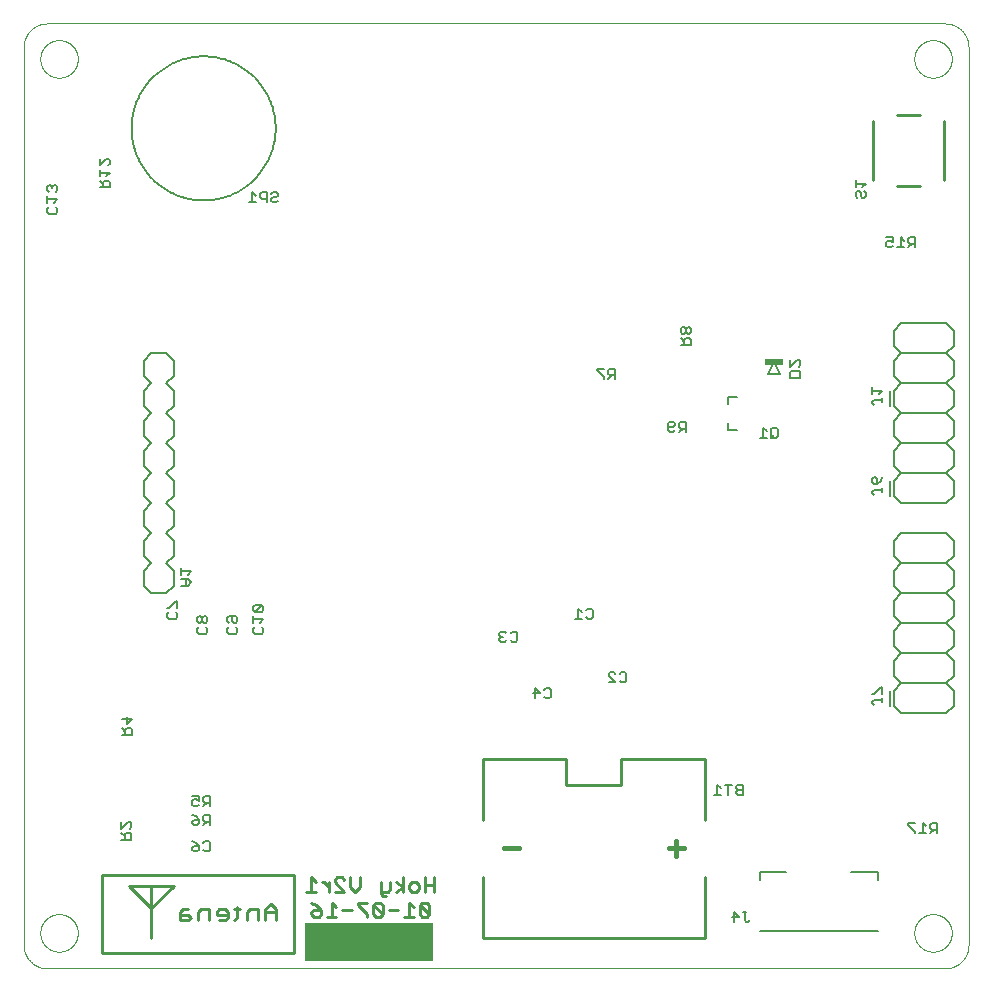
<source format=gbo>
G75*
%MOIN*%
%OFA0B0*%
%FSLAX25Y25*%
%IPPOS*%
%LPD*%
%AMOC8*
5,1,8,0,0,1.08239X$1,22.5*
%
%ADD10C,0.00000*%
%ADD11C,0.00600*%
%ADD12C,0.00900*%
%ADD13C,0.01100*%
%ADD14C,0.01000*%
%ADD15R,0.42500X0.12500*%
%ADD16C,0.01600*%
%ADD17C,0.00800*%
%ADD18R,0.06200X0.02400*%
%ADD19C,0.00500*%
D10*
X0040154Y0028618D02*
X0339367Y0028618D01*
X0339557Y0028620D01*
X0339747Y0028627D01*
X0339937Y0028639D01*
X0340127Y0028655D01*
X0340316Y0028675D01*
X0340505Y0028701D01*
X0340693Y0028730D01*
X0340880Y0028765D01*
X0341066Y0028804D01*
X0341251Y0028847D01*
X0341436Y0028895D01*
X0341619Y0028947D01*
X0341800Y0029003D01*
X0341980Y0029064D01*
X0342159Y0029130D01*
X0342336Y0029199D01*
X0342512Y0029273D01*
X0342685Y0029351D01*
X0342857Y0029434D01*
X0343026Y0029520D01*
X0343194Y0029610D01*
X0343359Y0029705D01*
X0343522Y0029803D01*
X0343682Y0029906D01*
X0343840Y0030012D01*
X0343995Y0030122D01*
X0344148Y0030235D01*
X0344298Y0030353D01*
X0344444Y0030474D01*
X0344588Y0030598D01*
X0344729Y0030726D01*
X0344867Y0030857D01*
X0345002Y0030992D01*
X0345133Y0031130D01*
X0345261Y0031271D01*
X0345385Y0031415D01*
X0345506Y0031561D01*
X0345624Y0031711D01*
X0345737Y0031864D01*
X0345847Y0032019D01*
X0345953Y0032177D01*
X0346056Y0032337D01*
X0346154Y0032500D01*
X0346249Y0032665D01*
X0346339Y0032833D01*
X0346425Y0033002D01*
X0346508Y0033174D01*
X0346586Y0033347D01*
X0346660Y0033523D01*
X0346729Y0033700D01*
X0346795Y0033879D01*
X0346856Y0034059D01*
X0346912Y0034240D01*
X0346964Y0034423D01*
X0347012Y0034608D01*
X0347055Y0034793D01*
X0347094Y0034979D01*
X0347129Y0035166D01*
X0347158Y0035354D01*
X0347184Y0035543D01*
X0347204Y0035732D01*
X0347220Y0035922D01*
X0347232Y0036112D01*
X0347239Y0036302D01*
X0347241Y0036492D01*
X0347241Y0335705D01*
X0347239Y0335895D01*
X0347232Y0336085D01*
X0347220Y0336275D01*
X0347204Y0336465D01*
X0347184Y0336654D01*
X0347158Y0336843D01*
X0347129Y0337031D01*
X0347094Y0337218D01*
X0347055Y0337404D01*
X0347012Y0337589D01*
X0346964Y0337774D01*
X0346912Y0337957D01*
X0346856Y0338138D01*
X0346795Y0338318D01*
X0346729Y0338497D01*
X0346660Y0338674D01*
X0346586Y0338850D01*
X0346508Y0339023D01*
X0346425Y0339195D01*
X0346339Y0339364D01*
X0346249Y0339532D01*
X0346154Y0339697D01*
X0346056Y0339860D01*
X0345953Y0340020D01*
X0345847Y0340178D01*
X0345737Y0340333D01*
X0345624Y0340486D01*
X0345506Y0340636D01*
X0345385Y0340782D01*
X0345261Y0340926D01*
X0345133Y0341067D01*
X0345002Y0341205D01*
X0344867Y0341340D01*
X0344729Y0341471D01*
X0344588Y0341599D01*
X0344444Y0341723D01*
X0344298Y0341844D01*
X0344148Y0341962D01*
X0343995Y0342075D01*
X0343840Y0342185D01*
X0343682Y0342291D01*
X0343522Y0342394D01*
X0343359Y0342492D01*
X0343194Y0342587D01*
X0343026Y0342677D01*
X0342857Y0342763D01*
X0342685Y0342846D01*
X0342512Y0342924D01*
X0342336Y0342998D01*
X0342159Y0343067D01*
X0341980Y0343133D01*
X0341800Y0343194D01*
X0341619Y0343250D01*
X0341436Y0343302D01*
X0341251Y0343350D01*
X0341066Y0343393D01*
X0340880Y0343432D01*
X0340693Y0343467D01*
X0340505Y0343496D01*
X0340316Y0343522D01*
X0340127Y0343542D01*
X0339937Y0343558D01*
X0339747Y0343570D01*
X0339557Y0343577D01*
X0339367Y0343579D01*
X0040154Y0343579D01*
X0039964Y0343577D01*
X0039774Y0343570D01*
X0039584Y0343558D01*
X0039394Y0343542D01*
X0039205Y0343522D01*
X0039016Y0343496D01*
X0038828Y0343467D01*
X0038641Y0343432D01*
X0038455Y0343393D01*
X0038270Y0343350D01*
X0038085Y0343302D01*
X0037902Y0343250D01*
X0037721Y0343194D01*
X0037541Y0343133D01*
X0037362Y0343067D01*
X0037185Y0342998D01*
X0037009Y0342924D01*
X0036836Y0342846D01*
X0036664Y0342763D01*
X0036495Y0342677D01*
X0036327Y0342587D01*
X0036162Y0342492D01*
X0035999Y0342394D01*
X0035839Y0342291D01*
X0035681Y0342185D01*
X0035526Y0342075D01*
X0035373Y0341962D01*
X0035223Y0341844D01*
X0035077Y0341723D01*
X0034933Y0341599D01*
X0034792Y0341471D01*
X0034654Y0341340D01*
X0034519Y0341205D01*
X0034388Y0341067D01*
X0034260Y0340926D01*
X0034136Y0340782D01*
X0034015Y0340636D01*
X0033897Y0340486D01*
X0033784Y0340333D01*
X0033674Y0340178D01*
X0033568Y0340020D01*
X0033465Y0339860D01*
X0033367Y0339697D01*
X0033272Y0339532D01*
X0033182Y0339364D01*
X0033096Y0339195D01*
X0033013Y0339023D01*
X0032935Y0338850D01*
X0032861Y0338674D01*
X0032792Y0338497D01*
X0032726Y0338318D01*
X0032665Y0338138D01*
X0032609Y0337957D01*
X0032557Y0337774D01*
X0032509Y0337589D01*
X0032466Y0337404D01*
X0032427Y0337218D01*
X0032392Y0337031D01*
X0032363Y0336843D01*
X0032337Y0336654D01*
X0032317Y0336465D01*
X0032301Y0336275D01*
X0032289Y0336085D01*
X0032282Y0335895D01*
X0032280Y0335705D01*
X0032280Y0036492D01*
X0032282Y0036302D01*
X0032289Y0036112D01*
X0032301Y0035922D01*
X0032317Y0035732D01*
X0032337Y0035543D01*
X0032363Y0035354D01*
X0032392Y0035166D01*
X0032427Y0034979D01*
X0032466Y0034793D01*
X0032509Y0034608D01*
X0032557Y0034423D01*
X0032609Y0034240D01*
X0032665Y0034059D01*
X0032726Y0033879D01*
X0032792Y0033700D01*
X0032861Y0033523D01*
X0032935Y0033347D01*
X0033013Y0033174D01*
X0033096Y0033002D01*
X0033182Y0032833D01*
X0033272Y0032665D01*
X0033367Y0032500D01*
X0033465Y0032337D01*
X0033568Y0032177D01*
X0033674Y0032019D01*
X0033784Y0031864D01*
X0033897Y0031711D01*
X0034015Y0031561D01*
X0034136Y0031415D01*
X0034260Y0031271D01*
X0034388Y0031130D01*
X0034519Y0030992D01*
X0034654Y0030857D01*
X0034792Y0030726D01*
X0034933Y0030598D01*
X0035077Y0030474D01*
X0035223Y0030353D01*
X0035373Y0030235D01*
X0035526Y0030122D01*
X0035681Y0030012D01*
X0035839Y0029906D01*
X0035999Y0029803D01*
X0036162Y0029705D01*
X0036327Y0029610D01*
X0036495Y0029520D01*
X0036664Y0029434D01*
X0036836Y0029351D01*
X0037009Y0029273D01*
X0037185Y0029199D01*
X0037362Y0029130D01*
X0037541Y0029064D01*
X0037721Y0029003D01*
X0037902Y0028947D01*
X0038085Y0028895D01*
X0038270Y0028847D01*
X0038455Y0028804D01*
X0038641Y0028765D01*
X0038828Y0028730D01*
X0039016Y0028701D01*
X0039205Y0028675D01*
X0039394Y0028655D01*
X0039584Y0028639D01*
X0039774Y0028627D01*
X0039964Y0028620D01*
X0040154Y0028618D01*
X0037841Y0040429D02*
X0037843Y0040587D01*
X0037849Y0040744D01*
X0037859Y0040902D01*
X0037873Y0041059D01*
X0037891Y0041215D01*
X0037912Y0041372D01*
X0037938Y0041527D01*
X0037968Y0041682D01*
X0038001Y0041836D01*
X0038039Y0041989D01*
X0038080Y0042142D01*
X0038125Y0042293D01*
X0038174Y0042443D01*
X0038227Y0042591D01*
X0038283Y0042739D01*
X0038344Y0042884D01*
X0038407Y0043029D01*
X0038475Y0043171D01*
X0038546Y0043312D01*
X0038620Y0043451D01*
X0038698Y0043588D01*
X0038780Y0043723D01*
X0038864Y0043856D01*
X0038953Y0043987D01*
X0039044Y0044115D01*
X0039139Y0044242D01*
X0039236Y0044365D01*
X0039337Y0044487D01*
X0039441Y0044605D01*
X0039548Y0044721D01*
X0039658Y0044834D01*
X0039770Y0044945D01*
X0039886Y0045052D01*
X0040004Y0045157D01*
X0040124Y0045259D01*
X0040247Y0045357D01*
X0040373Y0045453D01*
X0040501Y0045545D01*
X0040631Y0045634D01*
X0040763Y0045720D01*
X0040898Y0045802D01*
X0041035Y0045881D01*
X0041173Y0045956D01*
X0041313Y0046028D01*
X0041456Y0046096D01*
X0041599Y0046161D01*
X0041745Y0046222D01*
X0041892Y0046279D01*
X0042040Y0046333D01*
X0042190Y0046383D01*
X0042340Y0046429D01*
X0042492Y0046471D01*
X0042645Y0046510D01*
X0042799Y0046544D01*
X0042954Y0046575D01*
X0043109Y0046601D01*
X0043265Y0046624D01*
X0043422Y0046643D01*
X0043579Y0046658D01*
X0043736Y0046669D01*
X0043894Y0046676D01*
X0044052Y0046679D01*
X0044209Y0046678D01*
X0044367Y0046673D01*
X0044524Y0046664D01*
X0044682Y0046651D01*
X0044838Y0046634D01*
X0044995Y0046613D01*
X0045150Y0046589D01*
X0045305Y0046560D01*
X0045460Y0046527D01*
X0045613Y0046491D01*
X0045766Y0046450D01*
X0045917Y0046406D01*
X0046067Y0046358D01*
X0046216Y0046307D01*
X0046364Y0046251D01*
X0046510Y0046192D01*
X0046655Y0046129D01*
X0046798Y0046062D01*
X0046939Y0045992D01*
X0047078Y0045919D01*
X0047216Y0045842D01*
X0047352Y0045761D01*
X0047485Y0045677D01*
X0047616Y0045590D01*
X0047745Y0045499D01*
X0047872Y0045405D01*
X0047997Y0045308D01*
X0048118Y0045208D01*
X0048238Y0045105D01*
X0048354Y0044999D01*
X0048468Y0044890D01*
X0048580Y0044778D01*
X0048688Y0044664D01*
X0048793Y0044546D01*
X0048896Y0044426D01*
X0048995Y0044304D01*
X0049091Y0044179D01*
X0049184Y0044051D01*
X0049274Y0043922D01*
X0049360Y0043790D01*
X0049444Y0043656D01*
X0049523Y0043520D01*
X0049600Y0043382D01*
X0049672Y0043242D01*
X0049741Y0043100D01*
X0049807Y0042957D01*
X0049869Y0042812D01*
X0049927Y0042665D01*
X0049982Y0042517D01*
X0050033Y0042368D01*
X0050080Y0042217D01*
X0050123Y0042066D01*
X0050162Y0041913D01*
X0050198Y0041759D01*
X0050229Y0041605D01*
X0050257Y0041450D01*
X0050281Y0041294D01*
X0050301Y0041137D01*
X0050317Y0040980D01*
X0050329Y0040823D01*
X0050337Y0040666D01*
X0050341Y0040508D01*
X0050341Y0040350D01*
X0050337Y0040192D01*
X0050329Y0040035D01*
X0050317Y0039878D01*
X0050301Y0039721D01*
X0050281Y0039564D01*
X0050257Y0039408D01*
X0050229Y0039253D01*
X0050198Y0039099D01*
X0050162Y0038945D01*
X0050123Y0038792D01*
X0050080Y0038641D01*
X0050033Y0038490D01*
X0049982Y0038341D01*
X0049927Y0038193D01*
X0049869Y0038046D01*
X0049807Y0037901D01*
X0049741Y0037758D01*
X0049672Y0037616D01*
X0049600Y0037476D01*
X0049523Y0037338D01*
X0049444Y0037202D01*
X0049360Y0037068D01*
X0049274Y0036936D01*
X0049184Y0036807D01*
X0049091Y0036679D01*
X0048995Y0036554D01*
X0048896Y0036432D01*
X0048793Y0036312D01*
X0048688Y0036194D01*
X0048580Y0036080D01*
X0048468Y0035968D01*
X0048354Y0035859D01*
X0048238Y0035753D01*
X0048118Y0035650D01*
X0047997Y0035550D01*
X0047872Y0035453D01*
X0047745Y0035359D01*
X0047616Y0035268D01*
X0047485Y0035181D01*
X0047352Y0035097D01*
X0047216Y0035016D01*
X0047078Y0034939D01*
X0046939Y0034866D01*
X0046798Y0034796D01*
X0046655Y0034729D01*
X0046510Y0034666D01*
X0046364Y0034607D01*
X0046216Y0034551D01*
X0046067Y0034500D01*
X0045917Y0034452D01*
X0045766Y0034408D01*
X0045613Y0034367D01*
X0045460Y0034331D01*
X0045305Y0034298D01*
X0045150Y0034269D01*
X0044995Y0034245D01*
X0044838Y0034224D01*
X0044682Y0034207D01*
X0044524Y0034194D01*
X0044367Y0034185D01*
X0044209Y0034180D01*
X0044052Y0034179D01*
X0043894Y0034182D01*
X0043736Y0034189D01*
X0043579Y0034200D01*
X0043422Y0034215D01*
X0043265Y0034234D01*
X0043109Y0034257D01*
X0042954Y0034283D01*
X0042799Y0034314D01*
X0042645Y0034348D01*
X0042492Y0034387D01*
X0042340Y0034429D01*
X0042190Y0034475D01*
X0042040Y0034525D01*
X0041892Y0034579D01*
X0041745Y0034636D01*
X0041599Y0034697D01*
X0041456Y0034762D01*
X0041313Y0034830D01*
X0041173Y0034902D01*
X0041035Y0034977D01*
X0040898Y0035056D01*
X0040763Y0035138D01*
X0040631Y0035224D01*
X0040501Y0035313D01*
X0040373Y0035405D01*
X0040247Y0035501D01*
X0040124Y0035599D01*
X0040004Y0035701D01*
X0039886Y0035806D01*
X0039770Y0035913D01*
X0039658Y0036024D01*
X0039548Y0036137D01*
X0039441Y0036253D01*
X0039337Y0036371D01*
X0039236Y0036493D01*
X0039139Y0036616D01*
X0039044Y0036743D01*
X0038953Y0036871D01*
X0038864Y0037002D01*
X0038780Y0037135D01*
X0038698Y0037270D01*
X0038620Y0037407D01*
X0038546Y0037546D01*
X0038475Y0037687D01*
X0038407Y0037829D01*
X0038344Y0037974D01*
X0038283Y0038119D01*
X0038227Y0038267D01*
X0038174Y0038415D01*
X0038125Y0038565D01*
X0038080Y0038716D01*
X0038039Y0038869D01*
X0038001Y0039022D01*
X0037968Y0039176D01*
X0037938Y0039331D01*
X0037912Y0039486D01*
X0037891Y0039643D01*
X0037873Y0039799D01*
X0037859Y0039956D01*
X0037849Y0040114D01*
X0037843Y0040271D01*
X0037841Y0040429D01*
X0329180Y0040429D02*
X0329182Y0040587D01*
X0329188Y0040744D01*
X0329198Y0040902D01*
X0329212Y0041059D01*
X0329230Y0041215D01*
X0329251Y0041372D01*
X0329277Y0041527D01*
X0329307Y0041682D01*
X0329340Y0041836D01*
X0329378Y0041989D01*
X0329419Y0042142D01*
X0329464Y0042293D01*
X0329513Y0042443D01*
X0329566Y0042591D01*
X0329622Y0042739D01*
X0329683Y0042884D01*
X0329746Y0043029D01*
X0329814Y0043171D01*
X0329885Y0043312D01*
X0329959Y0043451D01*
X0330037Y0043588D01*
X0330119Y0043723D01*
X0330203Y0043856D01*
X0330292Y0043987D01*
X0330383Y0044115D01*
X0330478Y0044242D01*
X0330575Y0044365D01*
X0330676Y0044487D01*
X0330780Y0044605D01*
X0330887Y0044721D01*
X0330997Y0044834D01*
X0331109Y0044945D01*
X0331225Y0045052D01*
X0331343Y0045157D01*
X0331463Y0045259D01*
X0331586Y0045357D01*
X0331712Y0045453D01*
X0331840Y0045545D01*
X0331970Y0045634D01*
X0332102Y0045720D01*
X0332237Y0045802D01*
X0332374Y0045881D01*
X0332512Y0045956D01*
X0332652Y0046028D01*
X0332795Y0046096D01*
X0332938Y0046161D01*
X0333084Y0046222D01*
X0333231Y0046279D01*
X0333379Y0046333D01*
X0333529Y0046383D01*
X0333679Y0046429D01*
X0333831Y0046471D01*
X0333984Y0046510D01*
X0334138Y0046544D01*
X0334293Y0046575D01*
X0334448Y0046601D01*
X0334604Y0046624D01*
X0334761Y0046643D01*
X0334918Y0046658D01*
X0335075Y0046669D01*
X0335233Y0046676D01*
X0335391Y0046679D01*
X0335548Y0046678D01*
X0335706Y0046673D01*
X0335863Y0046664D01*
X0336021Y0046651D01*
X0336177Y0046634D01*
X0336334Y0046613D01*
X0336489Y0046589D01*
X0336644Y0046560D01*
X0336799Y0046527D01*
X0336952Y0046491D01*
X0337105Y0046450D01*
X0337256Y0046406D01*
X0337406Y0046358D01*
X0337555Y0046307D01*
X0337703Y0046251D01*
X0337849Y0046192D01*
X0337994Y0046129D01*
X0338137Y0046062D01*
X0338278Y0045992D01*
X0338417Y0045919D01*
X0338555Y0045842D01*
X0338691Y0045761D01*
X0338824Y0045677D01*
X0338955Y0045590D01*
X0339084Y0045499D01*
X0339211Y0045405D01*
X0339336Y0045308D01*
X0339457Y0045208D01*
X0339577Y0045105D01*
X0339693Y0044999D01*
X0339807Y0044890D01*
X0339919Y0044778D01*
X0340027Y0044664D01*
X0340132Y0044546D01*
X0340235Y0044426D01*
X0340334Y0044304D01*
X0340430Y0044179D01*
X0340523Y0044051D01*
X0340613Y0043922D01*
X0340699Y0043790D01*
X0340783Y0043656D01*
X0340862Y0043520D01*
X0340939Y0043382D01*
X0341011Y0043242D01*
X0341080Y0043100D01*
X0341146Y0042957D01*
X0341208Y0042812D01*
X0341266Y0042665D01*
X0341321Y0042517D01*
X0341372Y0042368D01*
X0341419Y0042217D01*
X0341462Y0042066D01*
X0341501Y0041913D01*
X0341537Y0041759D01*
X0341568Y0041605D01*
X0341596Y0041450D01*
X0341620Y0041294D01*
X0341640Y0041137D01*
X0341656Y0040980D01*
X0341668Y0040823D01*
X0341676Y0040666D01*
X0341680Y0040508D01*
X0341680Y0040350D01*
X0341676Y0040192D01*
X0341668Y0040035D01*
X0341656Y0039878D01*
X0341640Y0039721D01*
X0341620Y0039564D01*
X0341596Y0039408D01*
X0341568Y0039253D01*
X0341537Y0039099D01*
X0341501Y0038945D01*
X0341462Y0038792D01*
X0341419Y0038641D01*
X0341372Y0038490D01*
X0341321Y0038341D01*
X0341266Y0038193D01*
X0341208Y0038046D01*
X0341146Y0037901D01*
X0341080Y0037758D01*
X0341011Y0037616D01*
X0340939Y0037476D01*
X0340862Y0037338D01*
X0340783Y0037202D01*
X0340699Y0037068D01*
X0340613Y0036936D01*
X0340523Y0036807D01*
X0340430Y0036679D01*
X0340334Y0036554D01*
X0340235Y0036432D01*
X0340132Y0036312D01*
X0340027Y0036194D01*
X0339919Y0036080D01*
X0339807Y0035968D01*
X0339693Y0035859D01*
X0339577Y0035753D01*
X0339457Y0035650D01*
X0339336Y0035550D01*
X0339211Y0035453D01*
X0339084Y0035359D01*
X0338955Y0035268D01*
X0338824Y0035181D01*
X0338691Y0035097D01*
X0338555Y0035016D01*
X0338417Y0034939D01*
X0338278Y0034866D01*
X0338137Y0034796D01*
X0337994Y0034729D01*
X0337849Y0034666D01*
X0337703Y0034607D01*
X0337555Y0034551D01*
X0337406Y0034500D01*
X0337256Y0034452D01*
X0337105Y0034408D01*
X0336952Y0034367D01*
X0336799Y0034331D01*
X0336644Y0034298D01*
X0336489Y0034269D01*
X0336334Y0034245D01*
X0336177Y0034224D01*
X0336021Y0034207D01*
X0335863Y0034194D01*
X0335706Y0034185D01*
X0335548Y0034180D01*
X0335391Y0034179D01*
X0335233Y0034182D01*
X0335075Y0034189D01*
X0334918Y0034200D01*
X0334761Y0034215D01*
X0334604Y0034234D01*
X0334448Y0034257D01*
X0334293Y0034283D01*
X0334138Y0034314D01*
X0333984Y0034348D01*
X0333831Y0034387D01*
X0333679Y0034429D01*
X0333529Y0034475D01*
X0333379Y0034525D01*
X0333231Y0034579D01*
X0333084Y0034636D01*
X0332938Y0034697D01*
X0332795Y0034762D01*
X0332652Y0034830D01*
X0332512Y0034902D01*
X0332374Y0034977D01*
X0332237Y0035056D01*
X0332102Y0035138D01*
X0331970Y0035224D01*
X0331840Y0035313D01*
X0331712Y0035405D01*
X0331586Y0035501D01*
X0331463Y0035599D01*
X0331343Y0035701D01*
X0331225Y0035806D01*
X0331109Y0035913D01*
X0330997Y0036024D01*
X0330887Y0036137D01*
X0330780Y0036253D01*
X0330676Y0036371D01*
X0330575Y0036493D01*
X0330478Y0036616D01*
X0330383Y0036743D01*
X0330292Y0036871D01*
X0330203Y0037002D01*
X0330119Y0037135D01*
X0330037Y0037270D01*
X0329959Y0037407D01*
X0329885Y0037546D01*
X0329814Y0037687D01*
X0329746Y0037829D01*
X0329683Y0037974D01*
X0329622Y0038119D01*
X0329566Y0038267D01*
X0329513Y0038415D01*
X0329464Y0038565D01*
X0329419Y0038716D01*
X0329378Y0038869D01*
X0329340Y0039022D01*
X0329307Y0039176D01*
X0329277Y0039331D01*
X0329251Y0039486D01*
X0329230Y0039643D01*
X0329212Y0039799D01*
X0329198Y0039956D01*
X0329188Y0040114D01*
X0329182Y0040271D01*
X0329180Y0040429D01*
X0329180Y0331768D02*
X0329182Y0331926D01*
X0329188Y0332083D01*
X0329198Y0332241D01*
X0329212Y0332398D01*
X0329230Y0332554D01*
X0329251Y0332711D01*
X0329277Y0332866D01*
X0329307Y0333021D01*
X0329340Y0333175D01*
X0329378Y0333328D01*
X0329419Y0333481D01*
X0329464Y0333632D01*
X0329513Y0333782D01*
X0329566Y0333930D01*
X0329622Y0334078D01*
X0329683Y0334223D01*
X0329746Y0334368D01*
X0329814Y0334510D01*
X0329885Y0334651D01*
X0329959Y0334790D01*
X0330037Y0334927D01*
X0330119Y0335062D01*
X0330203Y0335195D01*
X0330292Y0335326D01*
X0330383Y0335454D01*
X0330478Y0335581D01*
X0330575Y0335704D01*
X0330676Y0335826D01*
X0330780Y0335944D01*
X0330887Y0336060D01*
X0330997Y0336173D01*
X0331109Y0336284D01*
X0331225Y0336391D01*
X0331343Y0336496D01*
X0331463Y0336598D01*
X0331586Y0336696D01*
X0331712Y0336792D01*
X0331840Y0336884D01*
X0331970Y0336973D01*
X0332102Y0337059D01*
X0332237Y0337141D01*
X0332374Y0337220D01*
X0332512Y0337295D01*
X0332652Y0337367D01*
X0332795Y0337435D01*
X0332938Y0337500D01*
X0333084Y0337561D01*
X0333231Y0337618D01*
X0333379Y0337672D01*
X0333529Y0337722D01*
X0333679Y0337768D01*
X0333831Y0337810D01*
X0333984Y0337849D01*
X0334138Y0337883D01*
X0334293Y0337914D01*
X0334448Y0337940D01*
X0334604Y0337963D01*
X0334761Y0337982D01*
X0334918Y0337997D01*
X0335075Y0338008D01*
X0335233Y0338015D01*
X0335391Y0338018D01*
X0335548Y0338017D01*
X0335706Y0338012D01*
X0335863Y0338003D01*
X0336021Y0337990D01*
X0336177Y0337973D01*
X0336334Y0337952D01*
X0336489Y0337928D01*
X0336644Y0337899D01*
X0336799Y0337866D01*
X0336952Y0337830D01*
X0337105Y0337789D01*
X0337256Y0337745D01*
X0337406Y0337697D01*
X0337555Y0337646D01*
X0337703Y0337590D01*
X0337849Y0337531D01*
X0337994Y0337468D01*
X0338137Y0337401D01*
X0338278Y0337331D01*
X0338417Y0337258D01*
X0338555Y0337181D01*
X0338691Y0337100D01*
X0338824Y0337016D01*
X0338955Y0336929D01*
X0339084Y0336838D01*
X0339211Y0336744D01*
X0339336Y0336647D01*
X0339457Y0336547D01*
X0339577Y0336444D01*
X0339693Y0336338D01*
X0339807Y0336229D01*
X0339919Y0336117D01*
X0340027Y0336003D01*
X0340132Y0335885D01*
X0340235Y0335765D01*
X0340334Y0335643D01*
X0340430Y0335518D01*
X0340523Y0335390D01*
X0340613Y0335261D01*
X0340699Y0335129D01*
X0340783Y0334995D01*
X0340862Y0334859D01*
X0340939Y0334721D01*
X0341011Y0334581D01*
X0341080Y0334439D01*
X0341146Y0334296D01*
X0341208Y0334151D01*
X0341266Y0334004D01*
X0341321Y0333856D01*
X0341372Y0333707D01*
X0341419Y0333556D01*
X0341462Y0333405D01*
X0341501Y0333252D01*
X0341537Y0333098D01*
X0341568Y0332944D01*
X0341596Y0332789D01*
X0341620Y0332633D01*
X0341640Y0332476D01*
X0341656Y0332319D01*
X0341668Y0332162D01*
X0341676Y0332005D01*
X0341680Y0331847D01*
X0341680Y0331689D01*
X0341676Y0331531D01*
X0341668Y0331374D01*
X0341656Y0331217D01*
X0341640Y0331060D01*
X0341620Y0330903D01*
X0341596Y0330747D01*
X0341568Y0330592D01*
X0341537Y0330438D01*
X0341501Y0330284D01*
X0341462Y0330131D01*
X0341419Y0329980D01*
X0341372Y0329829D01*
X0341321Y0329680D01*
X0341266Y0329532D01*
X0341208Y0329385D01*
X0341146Y0329240D01*
X0341080Y0329097D01*
X0341011Y0328955D01*
X0340939Y0328815D01*
X0340862Y0328677D01*
X0340783Y0328541D01*
X0340699Y0328407D01*
X0340613Y0328275D01*
X0340523Y0328146D01*
X0340430Y0328018D01*
X0340334Y0327893D01*
X0340235Y0327771D01*
X0340132Y0327651D01*
X0340027Y0327533D01*
X0339919Y0327419D01*
X0339807Y0327307D01*
X0339693Y0327198D01*
X0339577Y0327092D01*
X0339457Y0326989D01*
X0339336Y0326889D01*
X0339211Y0326792D01*
X0339084Y0326698D01*
X0338955Y0326607D01*
X0338824Y0326520D01*
X0338691Y0326436D01*
X0338555Y0326355D01*
X0338417Y0326278D01*
X0338278Y0326205D01*
X0338137Y0326135D01*
X0337994Y0326068D01*
X0337849Y0326005D01*
X0337703Y0325946D01*
X0337555Y0325890D01*
X0337406Y0325839D01*
X0337256Y0325791D01*
X0337105Y0325747D01*
X0336952Y0325706D01*
X0336799Y0325670D01*
X0336644Y0325637D01*
X0336489Y0325608D01*
X0336334Y0325584D01*
X0336177Y0325563D01*
X0336021Y0325546D01*
X0335863Y0325533D01*
X0335706Y0325524D01*
X0335548Y0325519D01*
X0335391Y0325518D01*
X0335233Y0325521D01*
X0335075Y0325528D01*
X0334918Y0325539D01*
X0334761Y0325554D01*
X0334604Y0325573D01*
X0334448Y0325596D01*
X0334293Y0325622D01*
X0334138Y0325653D01*
X0333984Y0325687D01*
X0333831Y0325726D01*
X0333679Y0325768D01*
X0333529Y0325814D01*
X0333379Y0325864D01*
X0333231Y0325918D01*
X0333084Y0325975D01*
X0332938Y0326036D01*
X0332795Y0326101D01*
X0332652Y0326169D01*
X0332512Y0326241D01*
X0332374Y0326316D01*
X0332237Y0326395D01*
X0332102Y0326477D01*
X0331970Y0326563D01*
X0331840Y0326652D01*
X0331712Y0326744D01*
X0331586Y0326840D01*
X0331463Y0326938D01*
X0331343Y0327040D01*
X0331225Y0327145D01*
X0331109Y0327252D01*
X0330997Y0327363D01*
X0330887Y0327476D01*
X0330780Y0327592D01*
X0330676Y0327710D01*
X0330575Y0327832D01*
X0330478Y0327955D01*
X0330383Y0328082D01*
X0330292Y0328210D01*
X0330203Y0328341D01*
X0330119Y0328474D01*
X0330037Y0328609D01*
X0329959Y0328746D01*
X0329885Y0328885D01*
X0329814Y0329026D01*
X0329746Y0329168D01*
X0329683Y0329313D01*
X0329622Y0329458D01*
X0329566Y0329606D01*
X0329513Y0329754D01*
X0329464Y0329904D01*
X0329419Y0330055D01*
X0329378Y0330208D01*
X0329340Y0330361D01*
X0329307Y0330515D01*
X0329277Y0330670D01*
X0329251Y0330825D01*
X0329230Y0330982D01*
X0329212Y0331138D01*
X0329198Y0331295D01*
X0329188Y0331453D01*
X0329182Y0331610D01*
X0329180Y0331768D01*
X0037841Y0331768D02*
X0037843Y0331926D01*
X0037849Y0332083D01*
X0037859Y0332241D01*
X0037873Y0332398D01*
X0037891Y0332554D01*
X0037912Y0332711D01*
X0037938Y0332866D01*
X0037968Y0333021D01*
X0038001Y0333175D01*
X0038039Y0333328D01*
X0038080Y0333481D01*
X0038125Y0333632D01*
X0038174Y0333782D01*
X0038227Y0333930D01*
X0038283Y0334078D01*
X0038344Y0334223D01*
X0038407Y0334368D01*
X0038475Y0334510D01*
X0038546Y0334651D01*
X0038620Y0334790D01*
X0038698Y0334927D01*
X0038780Y0335062D01*
X0038864Y0335195D01*
X0038953Y0335326D01*
X0039044Y0335454D01*
X0039139Y0335581D01*
X0039236Y0335704D01*
X0039337Y0335826D01*
X0039441Y0335944D01*
X0039548Y0336060D01*
X0039658Y0336173D01*
X0039770Y0336284D01*
X0039886Y0336391D01*
X0040004Y0336496D01*
X0040124Y0336598D01*
X0040247Y0336696D01*
X0040373Y0336792D01*
X0040501Y0336884D01*
X0040631Y0336973D01*
X0040763Y0337059D01*
X0040898Y0337141D01*
X0041035Y0337220D01*
X0041173Y0337295D01*
X0041313Y0337367D01*
X0041456Y0337435D01*
X0041599Y0337500D01*
X0041745Y0337561D01*
X0041892Y0337618D01*
X0042040Y0337672D01*
X0042190Y0337722D01*
X0042340Y0337768D01*
X0042492Y0337810D01*
X0042645Y0337849D01*
X0042799Y0337883D01*
X0042954Y0337914D01*
X0043109Y0337940D01*
X0043265Y0337963D01*
X0043422Y0337982D01*
X0043579Y0337997D01*
X0043736Y0338008D01*
X0043894Y0338015D01*
X0044052Y0338018D01*
X0044209Y0338017D01*
X0044367Y0338012D01*
X0044524Y0338003D01*
X0044682Y0337990D01*
X0044838Y0337973D01*
X0044995Y0337952D01*
X0045150Y0337928D01*
X0045305Y0337899D01*
X0045460Y0337866D01*
X0045613Y0337830D01*
X0045766Y0337789D01*
X0045917Y0337745D01*
X0046067Y0337697D01*
X0046216Y0337646D01*
X0046364Y0337590D01*
X0046510Y0337531D01*
X0046655Y0337468D01*
X0046798Y0337401D01*
X0046939Y0337331D01*
X0047078Y0337258D01*
X0047216Y0337181D01*
X0047352Y0337100D01*
X0047485Y0337016D01*
X0047616Y0336929D01*
X0047745Y0336838D01*
X0047872Y0336744D01*
X0047997Y0336647D01*
X0048118Y0336547D01*
X0048238Y0336444D01*
X0048354Y0336338D01*
X0048468Y0336229D01*
X0048580Y0336117D01*
X0048688Y0336003D01*
X0048793Y0335885D01*
X0048896Y0335765D01*
X0048995Y0335643D01*
X0049091Y0335518D01*
X0049184Y0335390D01*
X0049274Y0335261D01*
X0049360Y0335129D01*
X0049444Y0334995D01*
X0049523Y0334859D01*
X0049600Y0334721D01*
X0049672Y0334581D01*
X0049741Y0334439D01*
X0049807Y0334296D01*
X0049869Y0334151D01*
X0049927Y0334004D01*
X0049982Y0333856D01*
X0050033Y0333707D01*
X0050080Y0333556D01*
X0050123Y0333405D01*
X0050162Y0333252D01*
X0050198Y0333098D01*
X0050229Y0332944D01*
X0050257Y0332789D01*
X0050281Y0332633D01*
X0050301Y0332476D01*
X0050317Y0332319D01*
X0050329Y0332162D01*
X0050337Y0332005D01*
X0050341Y0331847D01*
X0050341Y0331689D01*
X0050337Y0331531D01*
X0050329Y0331374D01*
X0050317Y0331217D01*
X0050301Y0331060D01*
X0050281Y0330903D01*
X0050257Y0330747D01*
X0050229Y0330592D01*
X0050198Y0330438D01*
X0050162Y0330284D01*
X0050123Y0330131D01*
X0050080Y0329980D01*
X0050033Y0329829D01*
X0049982Y0329680D01*
X0049927Y0329532D01*
X0049869Y0329385D01*
X0049807Y0329240D01*
X0049741Y0329097D01*
X0049672Y0328955D01*
X0049600Y0328815D01*
X0049523Y0328677D01*
X0049444Y0328541D01*
X0049360Y0328407D01*
X0049274Y0328275D01*
X0049184Y0328146D01*
X0049091Y0328018D01*
X0048995Y0327893D01*
X0048896Y0327771D01*
X0048793Y0327651D01*
X0048688Y0327533D01*
X0048580Y0327419D01*
X0048468Y0327307D01*
X0048354Y0327198D01*
X0048238Y0327092D01*
X0048118Y0326989D01*
X0047997Y0326889D01*
X0047872Y0326792D01*
X0047745Y0326698D01*
X0047616Y0326607D01*
X0047485Y0326520D01*
X0047352Y0326436D01*
X0047216Y0326355D01*
X0047078Y0326278D01*
X0046939Y0326205D01*
X0046798Y0326135D01*
X0046655Y0326068D01*
X0046510Y0326005D01*
X0046364Y0325946D01*
X0046216Y0325890D01*
X0046067Y0325839D01*
X0045917Y0325791D01*
X0045766Y0325747D01*
X0045613Y0325706D01*
X0045460Y0325670D01*
X0045305Y0325637D01*
X0045150Y0325608D01*
X0044995Y0325584D01*
X0044838Y0325563D01*
X0044682Y0325546D01*
X0044524Y0325533D01*
X0044367Y0325524D01*
X0044209Y0325519D01*
X0044052Y0325518D01*
X0043894Y0325521D01*
X0043736Y0325528D01*
X0043579Y0325539D01*
X0043422Y0325554D01*
X0043265Y0325573D01*
X0043109Y0325596D01*
X0042954Y0325622D01*
X0042799Y0325653D01*
X0042645Y0325687D01*
X0042492Y0325726D01*
X0042340Y0325768D01*
X0042190Y0325814D01*
X0042040Y0325864D01*
X0041892Y0325918D01*
X0041745Y0325975D01*
X0041599Y0326036D01*
X0041456Y0326101D01*
X0041313Y0326169D01*
X0041173Y0326241D01*
X0041035Y0326316D01*
X0040898Y0326395D01*
X0040763Y0326477D01*
X0040631Y0326563D01*
X0040501Y0326652D01*
X0040373Y0326744D01*
X0040247Y0326840D01*
X0040124Y0326938D01*
X0040004Y0327040D01*
X0039886Y0327145D01*
X0039770Y0327252D01*
X0039658Y0327363D01*
X0039548Y0327476D01*
X0039441Y0327592D01*
X0039337Y0327710D01*
X0039236Y0327832D01*
X0039139Y0327955D01*
X0039044Y0328082D01*
X0038953Y0328210D01*
X0038864Y0328341D01*
X0038780Y0328474D01*
X0038698Y0328609D01*
X0038620Y0328746D01*
X0038546Y0328885D01*
X0038475Y0329026D01*
X0038407Y0329168D01*
X0038344Y0329313D01*
X0038283Y0329458D01*
X0038227Y0329606D01*
X0038174Y0329754D01*
X0038125Y0329904D01*
X0038080Y0330055D01*
X0038039Y0330208D01*
X0038001Y0330361D01*
X0037968Y0330515D01*
X0037938Y0330670D01*
X0037912Y0330825D01*
X0037891Y0330982D01*
X0037873Y0331138D01*
X0037859Y0331295D01*
X0037849Y0331453D01*
X0037843Y0331610D01*
X0037841Y0331768D01*
D11*
X0057580Y0298553D02*
X0057580Y0296284D01*
X0059849Y0298553D01*
X0060416Y0298553D01*
X0060983Y0297986D01*
X0060983Y0296852D01*
X0060416Y0296284D01*
X0060983Y0293736D02*
X0057580Y0293736D01*
X0057580Y0294870D02*
X0057580Y0292601D01*
X0057580Y0291187D02*
X0058714Y0290052D01*
X0058714Y0290620D02*
X0058714Y0288918D01*
X0057580Y0288918D02*
X0060983Y0288918D01*
X0060983Y0290620D01*
X0060416Y0291187D01*
X0059282Y0291187D01*
X0058714Y0290620D01*
X0059849Y0292601D02*
X0060983Y0293736D01*
X0043483Y0289236D02*
X0042916Y0289803D01*
X0042349Y0289803D01*
X0041782Y0289236D01*
X0041214Y0289803D01*
X0040647Y0289803D01*
X0040080Y0289236D01*
X0040080Y0288102D01*
X0040647Y0287534D01*
X0040080Y0286120D02*
X0040080Y0283851D01*
X0040080Y0284986D02*
X0043483Y0284986D01*
X0042349Y0283851D01*
X0042916Y0282437D02*
X0043483Y0281870D01*
X0043483Y0280735D01*
X0042916Y0280168D01*
X0040647Y0280168D01*
X0040080Y0280735D01*
X0040080Y0281870D01*
X0040647Y0282437D01*
X0042916Y0287534D02*
X0043483Y0288102D01*
X0043483Y0289236D01*
X0041782Y0289236D02*
X0041782Y0288669D01*
X0068280Y0308618D02*
X0068287Y0309207D01*
X0068309Y0309796D01*
X0068345Y0310384D01*
X0068396Y0310970D01*
X0068460Y0311556D01*
X0068540Y0312140D01*
X0068633Y0312721D01*
X0068741Y0313300D01*
X0068863Y0313876D01*
X0068999Y0314450D01*
X0069149Y0315019D01*
X0069313Y0315585D01*
X0069491Y0316146D01*
X0069683Y0316703D01*
X0069888Y0317255D01*
X0070107Y0317802D01*
X0070339Y0318344D01*
X0070584Y0318879D01*
X0070843Y0319409D01*
X0071114Y0319932D01*
X0071398Y0320448D01*
X0071695Y0320956D01*
X0072004Y0321458D01*
X0072325Y0321952D01*
X0072658Y0322437D01*
X0073003Y0322915D01*
X0073360Y0323384D01*
X0073728Y0323843D01*
X0074107Y0324294D01*
X0074497Y0324735D01*
X0074898Y0325167D01*
X0075309Y0325589D01*
X0075731Y0326000D01*
X0076163Y0326401D01*
X0076604Y0326791D01*
X0077055Y0327170D01*
X0077514Y0327538D01*
X0077983Y0327895D01*
X0078461Y0328240D01*
X0078946Y0328573D01*
X0079440Y0328894D01*
X0079942Y0329203D01*
X0080450Y0329500D01*
X0080966Y0329784D01*
X0081489Y0330055D01*
X0082019Y0330314D01*
X0082554Y0330559D01*
X0083096Y0330791D01*
X0083643Y0331010D01*
X0084195Y0331215D01*
X0084752Y0331407D01*
X0085313Y0331585D01*
X0085879Y0331749D01*
X0086448Y0331899D01*
X0087022Y0332035D01*
X0087598Y0332157D01*
X0088177Y0332265D01*
X0088758Y0332358D01*
X0089342Y0332438D01*
X0089928Y0332502D01*
X0090514Y0332553D01*
X0091102Y0332589D01*
X0091691Y0332611D01*
X0092280Y0332618D01*
X0092869Y0332611D01*
X0093458Y0332589D01*
X0094046Y0332553D01*
X0094632Y0332502D01*
X0095218Y0332438D01*
X0095802Y0332358D01*
X0096383Y0332265D01*
X0096962Y0332157D01*
X0097538Y0332035D01*
X0098112Y0331899D01*
X0098681Y0331749D01*
X0099247Y0331585D01*
X0099808Y0331407D01*
X0100365Y0331215D01*
X0100917Y0331010D01*
X0101464Y0330791D01*
X0102006Y0330559D01*
X0102541Y0330314D01*
X0103071Y0330055D01*
X0103594Y0329784D01*
X0104110Y0329500D01*
X0104618Y0329203D01*
X0105120Y0328894D01*
X0105614Y0328573D01*
X0106099Y0328240D01*
X0106577Y0327895D01*
X0107046Y0327538D01*
X0107505Y0327170D01*
X0107956Y0326791D01*
X0108397Y0326401D01*
X0108829Y0326000D01*
X0109251Y0325589D01*
X0109662Y0325167D01*
X0110063Y0324735D01*
X0110453Y0324294D01*
X0110832Y0323843D01*
X0111200Y0323384D01*
X0111557Y0322915D01*
X0111902Y0322437D01*
X0112235Y0321952D01*
X0112556Y0321458D01*
X0112865Y0320956D01*
X0113162Y0320448D01*
X0113446Y0319932D01*
X0113717Y0319409D01*
X0113976Y0318879D01*
X0114221Y0318344D01*
X0114453Y0317802D01*
X0114672Y0317255D01*
X0114877Y0316703D01*
X0115069Y0316146D01*
X0115247Y0315585D01*
X0115411Y0315019D01*
X0115561Y0314450D01*
X0115697Y0313876D01*
X0115819Y0313300D01*
X0115927Y0312721D01*
X0116020Y0312140D01*
X0116100Y0311556D01*
X0116164Y0310970D01*
X0116215Y0310384D01*
X0116251Y0309796D01*
X0116273Y0309207D01*
X0116280Y0308618D01*
X0116273Y0308029D01*
X0116251Y0307440D01*
X0116215Y0306852D01*
X0116164Y0306266D01*
X0116100Y0305680D01*
X0116020Y0305096D01*
X0115927Y0304515D01*
X0115819Y0303936D01*
X0115697Y0303360D01*
X0115561Y0302786D01*
X0115411Y0302217D01*
X0115247Y0301651D01*
X0115069Y0301090D01*
X0114877Y0300533D01*
X0114672Y0299981D01*
X0114453Y0299434D01*
X0114221Y0298892D01*
X0113976Y0298357D01*
X0113717Y0297827D01*
X0113446Y0297304D01*
X0113162Y0296788D01*
X0112865Y0296280D01*
X0112556Y0295778D01*
X0112235Y0295284D01*
X0111902Y0294799D01*
X0111557Y0294321D01*
X0111200Y0293852D01*
X0110832Y0293393D01*
X0110453Y0292942D01*
X0110063Y0292501D01*
X0109662Y0292069D01*
X0109251Y0291647D01*
X0108829Y0291236D01*
X0108397Y0290835D01*
X0107956Y0290445D01*
X0107505Y0290066D01*
X0107046Y0289698D01*
X0106577Y0289341D01*
X0106099Y0288996D01*
X0105614Y0288663D01*
X0105120Y0288342D01*
X0104618Y0288033D01*
X0104110Y0287736D01*
X0103594Y0287452D01*
X0103071Y0287181D01*
X0102541Y0286922D01*
X0102006Y0286677D01*
X0101464Y0286445D01*
X0100917Y0286226D01*
X0100365Y0286021D01*
X0099808Y0285829D01*
X0099247Y0285651D01*
X0098681Y0285487D01*
X0098112Y0285337D01*
X0097538Y0285201D01*
X0096962Y0285079D01*
X0096383Y0284971D01*
X0095802Y0284878D01*
X0095218Y0284798D01*
X0094632Y0284734D01*
X0094046Y0284683D01*
X0093458Y0284647D01*
X0092869Y0284625D01*
X0092280Y0284618D01*
X0091691Y0284625D01*
X0091102Y0284647D01*
X0090514Y0284683D01*
X0089928Y0284734D01*
X0089342Y0284798D01*
X0088758Y0284878D01*
X0088177Y0284971D01*
X0087598Y0285079D01*
X0087022Y0285201D01*
X0086448Y0285337D01*
X0085879Y0285487D01*
X0085313Y0285651D01*
X0084752Y0285829D01*
X0084195Y0286021D01*
X0083643Y0286226D01*
X0083096Y0286445D01*
X0082554Y0286677D01*
X0082019Y0286922D01*
X0081489Y0287181D01*
X0080966Y0287452D01*
X0080450Y0287736D01*
X0079942Y0288033D01*
X0079440Y0288342D01*
X0078946Y0288663D01*
X0078461Y0288996D01*
X0077983Y0289341D01*
X0077514Y0289698D01*
X0077055Y0290066D01*
X0076604Y0290445D01*
X0076163Y0290835D01*
X0075731Y0291236D01*
X0075309Y0291647D01*
X0074898Y0292069D01*
X0074497Y0292501D01*
X0074107Y0292942D01*
X0073728Y0293393D01*
X0073360Y0293852D01*
X0073003Y0294321D01*
X0072658Y0294799D01*
X0072325Y0295284D01*
X0072004Y0295778D01*
X0071695Y0296280D01*
X0071398Y0296788D01*
X0071114Y0297304D01*
X0070843Y0297827D01*
X0070584Y0298357D01*
X0070339Y0298892D01*
X0070107Y0299434D01*
X0069888Y0299981D01*
X0069683Y0300533D01*
X0069491Y0301090D01*
X0069313Y0301651D01*
X0069149Y0302217D01*
X0068999Y0302786D01*
X0068863Y0303360D01*
X0068741Y0303936D01*
X0068633Y0304515D01*
X0068540Y0305096D01*
X0068460Y0305680D01*
X0068396Y0306266D01*
X0068345Y0306852D01*
X0068309Y0307440D01*
X0068287Y0308029D01*
X0068280Y0308618D01*
X0108480Y0287321D02*
X0108480Y0283918D01*
X0109614Y0283918D02*
X0107345Y0283918D01*
X0109614Y0286187D02*
X0108480Y0287321D01*
X0111028Y0286754D02*
X0111028Y0285620D01*
X0111596Y0285052D01*
X0113297Y0285052D01*
X0113297Y0283918D02*
X0113297Y0287321D01*
X0111596Y0287321D01*
X0111028Y0286754D01*
X0114712Y0286754D02*
X0115279Y0287321D01*
X0116413Y0287321D01*
X0116980Y0286754D01*
X0116980Y0286187D01*
X0116413Y0285620D01*
X0115279Y0285620D01*
X0114712Y0285052D01*
X0114712Y0284485D01*
X0115279Y0283918D01*
X0116413Y0283918D01*
X0116980Y0284485D01*
X0223528Y0228571D02*
X0223528Y0228004D01*
X0225797Y0225735D01*
X0225797Y0225168D01*
X0227212Y0225168D02*
X0228346Y0226302D01*
X0227779Y0226302D02*
X0229480Y0226302D01*
X0229480Y0225168D02*
X0229480Y0228571D01*
X0227779Y0228571D01*
X0227212Y0228004D01*
X0227212Y0226870D01*
X0227779Y0226302D01*
X0225797Y0228571D02*
X0223528Y0228571D01*
X0251330Y0236418D02*
X0254733Y0236418D01*
X0254733Y0238120D01*
X0254166Y0238687D01*
X0253032Y0238687D01*
X0252464Y0238120D01*
X0252464Y0236418D01*
X0252464Y0237552D02*
X0251330Y0238687D01*
X0251897Y0240101D02*
X0252464Y0240101D01*
X0253032Y0240668D01*
X0253032Y0241803D01*
X0252464Y0242370D01*
X0251897Y0242370D01*
X0251330Y0241803D01*
X0251330Y0240668D01*
X0251897Y0240101D01*
X0253032Y0240668D02*
X0253599Y0240101D01*
X0254166Y0240101D01*
X0254733Y0240668D01*
X0254733Y0241803D01*
X0254166Y0242370D01*
X0253599Y0242370D01*
X0253032Y0241803D01*
X0287830Y0231504D02*
X0287830Y0229235D01*
X0290099Y0231504D01*
X0290666Y0231504D01*
X0291233Y0230936D01*
X0291233Y0229802D01*
X0290666Y0229235D01*
X0290666Y0227820D02*
X0291233Y0227253D01*
X0291233Y0225552D01*
X0287830Y0225552D01*
X0287830Y0227253D01*
X0288397Y0227820D01*
X0290666Y0227820D01*
X0315080Y0222370D02*
X0315080Y0220101D01*
X0315080Y0221236D02*
X0318483Y0221236D01*
X0317349Y0220101D01*
X0318483Y0218687D02*
X0318483Y0217552D01*
X0318483Y0218120D02*
X0315647Y0218120D01*
X0315080Y0217552D01*
X0315080Y0216985D01*
X0315647Y0216418D01*
X0283596Y0208254D02*
X0283596Y0205985D01*
X0283029Y0205418D01*
X0281895Y0205418D01*
X0281328Y0205985D01*
X0281328Y0208254D01*
X0281895Y0208821D01*
X0283029Y0208821D01*
X0283596Y0208254D01*
X0282462Y0206552D02*
X0281328Y0205418D01*
X0279913Y0205418D02*
X0277645Y0205418D01*
X0278779Y0205418D02*
X0278779Y0208821D01*
X0279913Y0207687D01*
X0253096Y0207418D02*
X0253096Y0210821D01*
X0251395Y0210821D01*
X0250828Y0210254D01*
X0250828Y0209120D01*
X0251395Y0208552D01*
X0253096Y0208552D01*
X0251962Y0208552D02*
X0250828Y0207418D01*
X0249413Y0207985D02*
X0248846Y0207418D01*
X0247712Y0207418D01*
X0247145Y0207985D01*
X0247145Y0210254D01*
X0247712Y0210821D01*
X0248846Y0210821D01*
X0249413Y0210254D01*
X0249413Y0209687D01*
X0248846Y0209120D01*
X0247145Y0209120D01*
X0315080Y0191803D02*
X0315080Y0190668D01*
X0315647Y0190101D01*
X0316782Y0190101D01*
X0316782Y0191803D01*
X0316214Y0192370D01*
X0315647Y0192370D01*
X0315080Y0191803D01*
X0316782Y0190101D02*
X0317916Y0191236D01*
X0318483Y0192370D01*
X0318483Y0188687D02*
X0318483Y0187552D01*
X0318483Y0188120D02*
X0315647Y0188120D01*
X0315080Y0187552D01*
X0315080Y0186985D01*
X0315647Y0186418D01*
X0324780Y0173618D02*
X0339780Y0173618D01*
X0342280Y0171118D01*
X0342280Y0166118D01*
X0339780Y0163618D01*
X0324780Y0163618D01*
X0322280Y0166118D01*
X0322280Y0171118D01*
X0324780Y0173618D01*
X0324780Y0163618D02*
X0322280Y0161118D01*
X0322280Y0156118D01*
X0324780Y0153618D01*
X0339780Y0153618D01*
X0342280Y0156118D01*
X0342280Y0161118D01*
X0339780Y0163618D01*
X0339780Y0153618D02*
X0342280Y0151118D01*
X0342280Y0146118D01*
X0339780Y0143618D01*
X0324780Y0143618D01*
X0322280Y0146118D01*
X0322280Y0151118D01*
X0324780Y0153618D01*
X0324780Y0143618D02*
X0322280Y0141118D01*
X0322280Y0136118D01*
X0324780Y0133618D01*
X0339780Y0133618D01*
X0342280Y0136118D01*
X0342280Y0141118D01*
X0339780Y0143618D01*
X0339780Y0133618D02*
X0342280Y0131118D01*
X0342280Y0126118D01*
X0339780Y0123618D01*
X0324780Y0123618D01*
X0322280Y0126118D01*
X0322280Y0131118D01*
X0324780Y0133618D01*
X0324780Y0123618D02*
X0322280Y0121118D01*
X0322280Y0116118D01*
X0324780Y0113618D01*
X0339780Y0113618D01*
X0342280Y0116118D01*
X0342280Y0121118D01*
X0339780Y0123618D01*
X0321030Y0121118D02*
X0321030Y0116118D01*
X0318483Y0117552D02*
X0318483Y0118687D01*
X0318483Y0118120D02*
X0315647Y0118120D01*
X0315080Y0117552D01*
X0315080Y0116985D01*
X0315647Y0116418D01*
X0315647Y0120101D02*
X0315080Y0120101D01*
X0315647Y0120101D02*
X0317916Y0122370D01*
X0318483Y0122370D01*
X0318483Y0120101D01*
X0271980Y0089821D02*
X0270279Y0089821D01*
X0269712Y0089254D01*
X0269712Y0088687D01*
X0270279Y0088120D01*
X0271980Y0088120D01*
X0271980Y0089821D02*
X0271980Y0086418D01*
X0270279Y0086418D01*
X0269712Y0086985D01*
X0269712Y0087552D01*
X0270279Y0088120D01*
X0268297Y0089821D02*
X0266028Y0089821D01*
X0267163Y0089821D02*
X0267163Y0086418D01*
X0264614Y0086418D02*
X0262345Y0086418D01*
X0263480Y0086418D02*
X0263480Y0089821D01*
X0264614Y0088687D01*
X0232663Y0123918D02*
X0231529Y0123918D01*
X0230962Y0124485D01*
X0229547Y0123918D02*
X0227278Y0126187D01*
X0227278Y0126754D01*
X0227846Y0127321D01*
X0228980Y0127321D01*
X0229547Y0126754D01*
X0230962Y0126754D02*
X0231529Y0127321D01*
X0232663Y0127321D01*
X0233230Y0126754D01*
X0233230Y0124485D01*
X0232663Y0123918D01*
X0229547Y0123918D02*
X0227278Y0123918D01*
X0208096Y0121504D02*
X0208096Y0119235D01*
X0207529Y0118668D01*
X0206395Y0118668D01*
X0205828Y0119235D01*
X0204413Y0120370D02*
X0202145Y0120370D01*
X0202712Y0122071D02*
X0204413Y0120370D01*
X0205828Y0121504D02*
X0206395Y0122071D01*
X0207529Y0122071D01*
X0208096Y0121504D01*
X0202712Y0122071D02*
X0202712Y0118668D01*
X0196279Y0137418D02*
X0195145Y0137418D01*
X0194578Y0137985D01*
X0193163Y0137985D02*
X0192596Y0137418D01*
X0191462Y0137418D01*
X0190895Y0137985D01*
X0190895Y0138552D01*
X0191462Y0139120D01*
X0192029Y0139120D01*
X0191462Y0139120D02*
X0190895Y0139687D01*
X0190895Y0140254D01*
X0191462Y0140821D01*
X0192596Y0140821D01*
X0193163Y0140254D01*
X0194578Y0140254D02*
X0195145Y0140821D01*
X0196279Y0140821D01*
X0196846Y0140254D01*
X0196846Y0137985D01*
X0196279Y0137418D01*
X0216028Y0145168D02*
X0218297Y0145168D01*
X0217163Y0145168D02*
X0217163Y0148571D01*
X0218297Y0147437D01*
X0219712Y0148004D02*
X0220279Y0148571D01*
X0221413Y0148571D01*
X0221980Y0148004D01*
X0221980Y0145735D01*
X0221413Y0145168D01*
X0220279Y0145168D01*
X0219712Y0145735D01*
X0327145Y0077071D02*
X0327145Y0076504D01*
X0329413Y0074235D01*
X0329413Y0073668D01*
X0330828Y0073668D02*
X0333096Y0073668D01*
X0331962Y0073668D02*
X0331962Y0077071D01*
X0333096Y0075937D01*
X0334511Y0076504D02*
X0334511Y0075370D01*
X0335078Y0074802D01*
X0336780Y0074802D01*
X0336780Y0073668D02*
X0336780Y0077071D01*
X0335078Y0077071D01*
X0334511Y0076504D01*
X0335645Y0074802D02*
X0334511Y0073668D01*
X0329413Y0077071D02*
X0327145Y0077071D01*
X0273212Y0047416D02*
X0272078Y0047416D01*
X0272645Y0047416D02*
X0272645Y0044580D01*
X0273212Y0044013D01*
X0273779Y0044013D01*
X0274346Y0044580D01*
X0270663Y0045714D02*
X0268395Y0045714D01*
X0268962Y0044013D02*
X0268962Y0047416D01*
X0270663Y0045714D01*
X0112233Y0140735D02*
X0111666Y0140168D01*
X0109397Y0140168D01*
X0108830Y0140735D01*
X0108830Y0141870D01*
X0109397Y0142437D01*
X0108830Y0143851D02*
X0108830Y0146120D01*
X0108830Y0144986D02*
X0112233Y0144986D01*
X0111099Y0143851D01*
X0111666Y0142437D02*
X0112233Y0141870D01*
X0112233Y0140735D01*
X0111666Y0147534D02*
X0109397Y0147534D01*
X0111666Y0149803D01*
X0109397Y0149803D01*
X0108830Y0149236D01*
X0108830Y0148102D01*
X0109397Y0147534D01*
X0111666Y0147534D02*
X0112233Y0148102D01*
X0112233Y0149236D01*
X0111666Y0149803D01*
X0103483Y0145553D02*
X0103483Y0144418D01*
X0102916Y0143851D01*
X0102349Y0143851D01*
X0101782Y0144418D01*
X0101782Y0146120D01*
X0102916Y0146120D02*
X0103483Y0145553D01*
X0102916Y0146120D02*
X0100647Y0146120D01*
X0100080Y0145553D01*
X0100080Y0144418D01*
X0100647Y0143851D01*
X0100647Y0142437D02*
X0100080Y0141870D01*
X0100080Y0140735D01*
X0100647Y0140168D01*
X0102916Y0140168D01*
X0103483Y0140735D01*
X0103483Y0141870D01*
X0102916Y0142437D01*
X0093483Y0141870D02*
X0093483Y0140735D01*
X0092916Y0140168D01*
X0090647Y0140168D01*
X0090080Y0140735D01*
X0090080Y0141870D01*
X0090647Y0142437D01*
X0090647Y0143851D02*
X0091214Y0143851D01*
X0091782Y0144418D01*
X0091782Y0145553D01*
X0091214Y0146120D01*
X0090647Y0146120D01*
X0090080Y0145553D01*
X0090080Y0144418D01*
X0090647Y0143851D01*
X0091782Y0144418D02*
X0092349Y0143851D01*
X0092916Y0143851D01*
X0093483Y0144418D01*
X0093483Y0145553D01*
X0092916Y0146120D01*
X0092349Y0146120D01*
X0091782Y0145553D01*
X0092916Y0142437D02*
X0093483Y0141870D01*
X0083483Y0145735D02*
X0082916Y0145168D01*
X0080647Y0145168D01*
X0080080Y0145735D01*
X0080080Y0146870D01*
X0080647Y0147437D01*
X0080647Y0148851D02*
X0080080Y0148851D01*
X0080647Y0148851D02*
X0082916Y0151120D01*
X0083483Y0151120D01*
X0083483Y0148851D01*
X0082916Y0147437D02*
X0083483Y0146870D01*
X0083483Y0145735D01*
X0084780Y0156118D02*
X0087049Y0156118D01*
X0088183Y0157252D01*
X0087049Y0158387D01*
X0084780Y0158387D01*
X0084780Y0159801D02*
X0084780Y0162070D01*
X0084780Y0160936D02*
X0088183Y0160936D01*
X0087049Y0159801D01*
X0086482Y0158387D02*
X0086482Y0156118D01*
X0068483Y0111803D02*
X0066782Y0110101D01*
X0066782Y0112370D01*
X0065080Y0111803D02*
X0068483Y0111803D01*
X0067916Y0108687D02*
X0066782Y0108687D01*
X0066214Y0108120D01*
X0066214Y0106418D01*
X0065080Y0106418D02*
X0068483Y0106418D01*
X0068483Y0108120D01*
X0067916Y0108687D01*
X0066214Y0107552D02*
X0065080Y0108687D01*
X0088528Y0086071D02*
X0090797Y0086071D01*
X0090797Y0084370D01*
X0089663Y0084937D01*
X0089096Y0084937D01*
X0088528Y0084370D01*
X0088528Y0083235D01*
X0089096Y0082668D01*
X0090230Y0082668D01*
X0090797Y0083235D01*
X0092212Y0082668D02*
X0093346Y0083802D01*
X0092779Y0083802D02*
X0094480Y0083802D01*
X0094480Y0082668D02*
X0094480Y0086071D01*
X0092779Y0086071D01*
X0092212Y0085504D01*
X0092212Y0084370D01*
X0092779Y0083802D01*
X0092779Y0079821D02*
X0092212Y0079254D01*
X0092212Y0078120D01*
X0092779Y0077552D01*
X0094480Y0077552D01*
X0094480Y0076418D02*
X0094480Y0079821D01*
X0092779Y0079821D01*
X0093346Y0077552D02*
X0092212Y0076418D01*
X0090797Y0076985D02*
X0090230Y0076418D01*
X0089096Y0076418D01*
X0088528Y0076985D01*
X0088528Y0077552D01*
X0089096Y0078120D01*
X0090797Y0078120D01*
X0090797Y0076985D01*
X0090797Y0078120D02*
X0089663Y0079254D01*
X0088528Y0079821D01*
X0088528Y0071071D02*
X0089663Y0070504D01*
X0090797Y0069370D01*
X0089096Y0069370D01*
X0088528Y0068802D01*
X0088528Y0068235D01*
X0089096Y0067668D01*
X0090230Y0067668D01*
X0090797Y0068235D01*
X0090797Y0069370D01*
X0092212Y0070504D02*
X0092779Y0071071D01*
X0093913Y0071071D01*
X0094480Y0070504D01*
X0094480Y0068235D01*
X0093913Y0067668D01*
X0092779Y0067668D01*
X0092212Y0068235D01*
X0068233Y0071552D02*
X0068233Y0073253D01*
X0067666Y0073820D01*
X0066532Y0073820D01*
X0065964Y0073253D01*
X0065964Y0071552D01*
X0064830Y0071552D02*
X0068233Y0071552D01*
X0065964Y0072686D02*
X0064830Y0073820D01*
X0064830Y0075235D02*
X0067099Y0077504D01*
X0067666Y0077504D01*
X0068233Y0076936D01*
X0068233Y0075802D01*
X0067666Y0075235D01*
X0064830Y0075235D02*
X0064830Y0077504D01*
X0319845Y0269485D02*
X0320412Y0268918D01*
X0321547Y0268918D01*
X0322114Y0269485D01*
X0322114Y0270620D02*
X0320980Y0271187D01*
X0320412Y0271187D01*
X0319845Y0270620D01*
X0319845Y0269485D01*
X0322114Y0270620D02*
X0322114Y0272321D01*
X0319845Y0272321D01*
X0324663Y0272321D02*
X0324663Y0268918D01*
X0325797Y0268918D02*
X0323528Y0268918D01*
X0325797Y0271187D02*
X0324663Y0272321D01*
X0327212Y0271754D02*
X0327212Y0270620D01*
X0327779Y0270052D01*
X0329480Y0270052D01*
X0329480Y0268918D02*
X0329480Y0272321D01*
X0327779Y0272321D01*
X0327212Y0271754D01*
X0328346Y0270052D02*
X0327212Y0268918D01*
X0312416Y0285418D02*
X0311849Y0285418D01*
X0311282Y0285985D01*
X0311282Y0287120D01*
X0310714Y0287687D01*
X0310147Y0287687D01*
X0309580Y0287120D01*
X0309580Y0285985D01*
X0310147Y0285418D01*
X0312416Y0285418D02*
X0312983Y0285985D01*
X0312983Y0287120D01*
X0312416Y0287687D01*
X0311849Y0289101D02*
X0312983Y0290236D01*
X0309580Y0290236D01*
X0309580Y0291370D02*
X0309580Y0289101D01*
D12*
X0169175Y0058922D02*
X0169175Y0054218D01*
X0169175Y0056570D02*
X0166039Y0056570D01*
X0164018Y0056570D02*
X0164018Y0055002D01*
X0163234Y0054218D01*
X0161666Y0054218D01*
X0160882Y0055002D01*
X0160882Y0056570D01*
X0161666Y0057354D01*
X0163234Y0057354D01*
X0164018Y0056570D01*
X0166039Y0058922D02*
X0166039Y0054218D01*
X0166672Y0050522D02*
X0165104Y0050522D01*
X0164320Y0049738D01*
X0167456Y0046602D01*
X0166672Y0045818D01*
X0165104Y0045818D01*
X0164320Y0046602D01*
X0164320Y0049738D01*
X0162299Y0048954D02*
X0160731Y0050522D01*
X0160731Y0045818D01*
X0162299Y0045818D02*
X0159163Y0045818D01*
X0157143Y0048170D02*
X0154007Y0048170D01*
X0151987Y0046602D02*
X0151987Y0049738D01*
X0151203Y0050522D01*
X0149635Y0050522D01*
X0148851Y0049738D01*
X0151987Y0046602D01*
X0151203Y0045818D01*
X0149635Y0045818D01*
X0148851Y0046602D01*
X0148851Y0049738D01*
X0146830Y0050522D02*
X0143694Y0050522D01*
X0143694Y0049738D01*
X0146830Y0046602D01*
X0146830Y0045818D01*
X0141674Y0048170D02*
X0138538Y0048170D01*
X0136517Y0048954D02*
X0134949Y0050522D01*
X0134949Y0045818D01*
X0136517Y0045818D02*
X0133381Y0045818D01*
X0131361Y0046602D02*
X0131361Y0048170D01*
X0129009Y0048170D01*
X0128225Y0047386D01*
X0128225Y0046602D01*
X0129009Y0045818D01*
X0130577Y0045818D01*
X0131361Y0046602D01*
X0131361Y0048170D02*
X0129793Y0049738D01*
X0128225Y0050522D01*
X0128074Y0054218D02*
X0128074Y0058922D01*
X0129642Y0057354D01*
X0131587Y0057354D02*
X0132371Y0057354D01*
X0133939Y0055786D01*
X0133939Y0054218D02*
X0133939Y0057354D01*
X0135960Y0057354D02*
X0135960Y0058138D01*
X0136744Y0058922D01*
X0138312Y0058922D01*
X0139096Y0058138D01*
X0141116Y0058922D02*
X0141116Y0055786D01*
X0142684Y0054218D01*
X0144252Y0055786D01*
X0144252Y0058922D01*
X0139096Y0054218D02*
X0135960Y0057354D01*
X0135960Y0054218D02*
X0139096Y0054218D01*
X0129642Y0054218D02*
X0126506Y0054218D01*
X0151429Y0054218D02*
X0153781Y0054218D01*
X0154565Y0055002D01*
X0154565Y0057354D01*
X0156510Y0057354D02*
X0158862Y0055786D01*
X0156510Y0054218D01*
X0158862Y0054218D02*
X0158862Y0058922D01*
X0151429Y0057354D02*
X0151429Y0053434D01*
X0152213Y0052650D01*
X0152997Y0052650D01*
X0166672Y0050522D02*
X0167456Y0049738D01*
X0167456Y0046602D01*
D13*
X0116449Y0047370D02*
X0112779Y0047370D01*
X0112779Y0048288D02*
X0112779Y0044618D01*
X0110372Y0044618D02*
X0110372Y0048288D01*
X0107619Y0048288D01*
X0106702Y0047370D01*
X0106702Y0044618D01*
X0103377Y0045536D02*
X0103377Y0049205D01*
X0102460Y0048288D02*
X0104295Y0048288D01*
X0103377Y0045536D02*
X0102460Y0044618D01*
X0100243Y0045536D02*
X0100243Y0047370D01*
X0099326Y0048288D01*
X0097491Y0048288D01*
X0096573Y0047370D01*
X0096573Y0046453D01*
X0100243Y0046453D01*
X0100243Y0045536D02*
X0099326Y0044618D01*
X0097491Y0044618D01*
X0094166Y0044618D02*
X0094166Y0048288D01*
X0091414Y0048288D01*
X0090496Y0047370D01*
X0090496Y0044618D01*
X0088089Y0045536D02*
X0087171Y0046453D01*
X0084419Y0046453D01*
X0084419Y0047370D02*
X0084419Y0044618D01*
X0087171Y0044618D01*
X0088089Y0045536D01*
X0087171Y0048288D02*
X0085336Y0048288D01*
X0084419Y0047370D01*
X0112779Y0048288D02*
X0114614Y0050123D01*
X0116449Y0048288D01*
X0116449Y0044618D01*
D14*
X0122280Y0033618D02*
X0058530Y0033618D01*
X0058530Y0059868D01*
X0122280Y0059868D01*
X0122280Y0033618D01*
X0082280Y0056118D02*
X0074780Y0048618D01*
X0074780Y0056118D01*
X0082280Y0056118D01*
X0074780Y0056118D02*
X0067280Y0056118D01*
X0074780Y0048618D01*
X0074780Y0038618D01*
X0185272Y0038697D02*
X0185272Y0059169D01*
X0185272Y0078067D02*
X0185272Y0098539D01*
X0213225Y0098539D01*
X0213225Y0089878D01*
X0231335Y0089878D01*
X0231335Y0098539D01*
X0259288Y0098539D01*
X0259288Y0078067D01*
X0259288Y0059169D02*
X0259288Y0038697D01*
X0185272Y0038697D01*
X0323343Y0289307D02*
X0331217Y0289307D01*
X0339091Y0291276D02*
X0339091Y0310961D01*
X0331217Y0312929D02*
X0323343Y0312929D01*
X0315469Y0310961D02*
X0315469Y0291276D01*
D15*
X0147280Y0037368D03*
D16*
X0192280Y0068618D02*
X0197280Y0068618D01*
X0247280Y0068618D02*
X0252280Y0068618D01*
X0249780Y0071118D02*
X0249780Y0066118D01*
D17*
X0082280Y0156118D02*
X0079780Y0153618D01*
X0074780Y0153618D01*
X0072280Y0156118D01*
X0072280Y0161118D01*
X0074780Y0163618D01*
X0072280Y0166118D01*
X0072280Y0171118D01*
X0074780Y0173618D01*
X0072280Y0176118D01*
X0072280Y0181118D01*
X0074780Y0183618D01*
X0072280Y0186118D01*
X0072280Y0191118D01*
X0074780Y0193618D01*
X0072280Y0196118D01*
X0072280Y0201118D01*
X0074780Y0203618D01*
X0072280Y0206118D01*
X0072280Y0211118D01*
X0074780Y0213618D01*
X0072280Y0216118D01*
X0072280Y0221118D01*
X0074780Y0223618D01*
X0072280Y0226118D01*
X0072280Y0231118D01*
X0074780Y0233618D01*
X0079780Y0233618D01*
X0082280Y0231118D01*
X0082280Y0226118D01*
X0079780Y0223618D01*
X0082280Y0221118D01*
X0082280Y0216118D01*
X0079780Y0213618D01*
X0082280Y0211118D01*
X0082280Y0206118D01*
X0079780Y0203618D01*
X0082280Y0201118D01*
X0082280Y0196118D01*
X0079780Y0193618D01*
X0082280Y0191118D01*
X0082280Y0186118D01*
X0079780Y0183618D01*
X0082280Y0181118D01*
X0082280Y0176118D01*
X0079780Y0173618D01*
X0082280Y0171118D01*
X0082280Y0166118D01*
X0079780Y0163618D01*
X0082280Y0161118D01*
X0082280Y0156118D01*
X0267024Y0208106D02*
X0270174Y0208106D01*
X0267024Y0208106D02*
X0267024Y0210469D01*
X0267024Y0216768D02*
X0267024Y0219130D01*
X0270174Y0219130D01*
X0280312Y0226650D02*
X0282280Y0230587D01*
X0284249Y0226650D01*
X0280312Y0226650D01*
X0320961Y0221118D02*
X0320961Y0216118D01*
X0322280Y0216118D02*
X0322280Y0221118D01*
X0324780Y0223618D01*
X0339780Y0223618D01*
X0342280Y0226118D01*
X0342280Y0231118D01*
X0339780Y0233618D01*
X0324780Y0233618D01*
X0322280Y0236118D01*
X0322280Y0241118D01*
X0324780Y0243618D01*
X0339780Y0243618D01*
X0342280Y0241118D01*
X0342280Y0236118D01*
X0339780Y0233618D01*
X0339780Y0223618D02*
X0342280Y0221118D01*
X0342280Y0216118D01*
X0339780Y0213618D01*
X0324780Y0213618D01*
X0322280Y0211118D01*
X0322280Y0206118D01*
X0324780Y0203618D01*
X0339780Y0203618D01*
X0342280Y0206118D01*
X0342280Y0211118D01*
X0339780Y0213618D01*
X0324780Y0213618D01*
X0322280Y0216118D01*
X0324780Y0223618D02*
X0322280Y0226118D01*
X0322280Y0231118D01*
X0324780Y0233618D01*
X0324780Y0203618D02*
X0322280Y0201118D01*
X0322280Y0196118D01*
X0324780Y0193618D01*
X0339780Y0193618D01*
X0342280Y0196118D01*
X0342280Y0201118D01*
X0339780Y0203618D01*
X0339780Y0193618D02*
X0342280Y0191118D01*
X0342280Y0186118D01*
X0339780Y0183618D01*
X0324780Y0183618D01*
X0322280Y0186118D01*
X0322280Y0191118D01*
X0324780Y0193618D01*
X0320961Y0191118D02*
X0320961Y0186118D01*
D18*
X0282280Y0230818D03*
D19*
X0286453Y0060783D02*
X0277595Y0060783D01*
X0277595Y0058028D01*
X0277595Y0041098D02*
X0316965Y0041098D01*
X0316965Y0058028D02*
X0316965Y0060783D01*
X0308107Y0060783D01*
M02*

</source>
